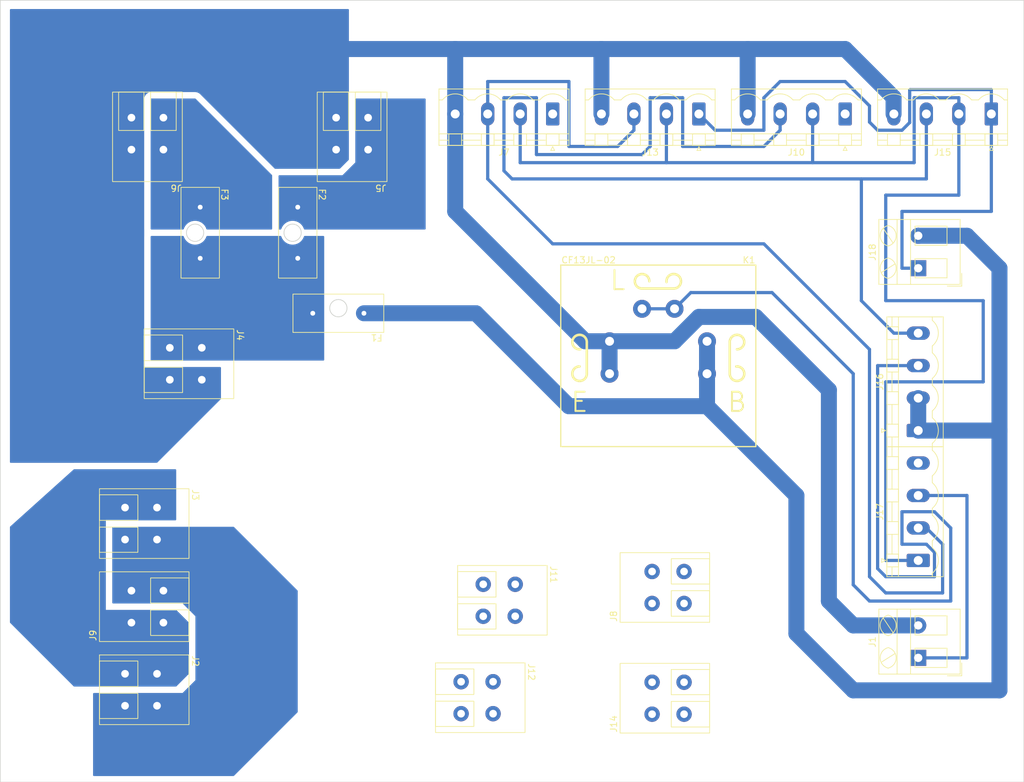
<source format=kicad_pcb>
(kicad_pcb (version 20211014) (generator pcbnew)
  (layers (0 "F.Cu" signal) (31 "B.Cu" signal) (34 "B.Paste" user) (35 "F.Paste" user) (36 "B.SilkS" user "B.Silkscreen") (37 "F.SilkS" user "F.Silkscreen") (38 "B.Mask" user) (39 "F.Mask" user) (44 "Edge.Cuts" user))
  (net 0 "")
  (net 1 "Net-(J16-Pad3)")
  (net 2 "GND1")
  (net 3 "Net-(J12-Pad1)")
  (net 4 "Net-(J12-Pad2)")
  (net 5 "Net-(J1-Pad1)")
  (net 6 "Net-(J2-Pad1)")
  (net 7 "GND")
  (net 8 "Net-(F1-Pad2)")
  (net 9 "Net-(F2-Pad1)")
  (net 10 "Net-(F3-Pad1)")
  (net 11 "Net-(J11-Pad1)")
  (net 12 "Net-(J11-Pad2)")
  (net 14 "Net-(J10-Pad2)")
  (net 15 "Net-(J13-Pad3)")
  (net 17 "Net-(J10-Pad3)")
  (net 18 "Net-(J13-Pad1)")
  (net 20 "/5V_5A")
  (footprint "circuit:Littelfuse_FuseHolder_FL1_178.6764.0001" (layer "F.Cu") (at 110 77 -90)
    (fp_text reference "F2" (at -6.985 -3.81 -90 unlocked) (layer "F.SilkS") (effects (justify left)))
    (fp_text value "25A")
    (fp_circle (center 0 0.8) (end 1.35 0.8) (layer "Edge.Cuts") (width 0.12) (fill none))
    (pad "1" thru_hole circle (at -4 0 270) (size 1.5 1.5) (drill 0.75) (layers *.Cu *.Mask) (net 9 "Net-(F2-Pad1)"))
    (pad "2" thru_hole circle (at 4 0 270) (size 1.5 1.5) (drill 0.75) (layers *.Cu *.Mask) (net 8 "Net-(F1-Pad2)"))
  )
  (footprint "circuit:Littelfuse_FuseHolder_FL1_178.6764.0001" (layer "F.Cu") (at 116.35 89.6 180)
    (fp_text reference "F1" (at -6.985 -3.81 180 unlocked) (layer "F.SilkS") (effects (justify left)))
    (fp_text value "5A")
    (fp_circle (center 0 0.8) (end 1.35 0.8) (layer "Edge.Cuts") (width 0.12) (fill none))
    (pad "1" thru_hole circle (at -4 0 180) (size 1.5 1.5) (drill 0.75) (layers *.Cu *.Mask) (net 20 "/5V_5A"))
    (pad "2" thru_hole circle (at 4 0 180) (size 1.5 1.5) (drill 0.75) (layers *.Cu *.Mask) (net 8 "Net-(F1-Pad2)"))
  )
  (footprint "circuit:Generic_HeaderSocket_1x04_P5.08mm_Vertical_Open" (layer "F.Cu") (at 172.72 58.42 180)
    (fp_text reference "J13" (at 7.62 -6) (layer "F.SilkS"))
    (fp_text value "Conn_Feux_ArG")
    (pad "1" thru_hole roundrect (at 0 0 180) (size 2.08 3.6) (drill 1.4) (layers *.Cu *.Mask) (roundrect_rratio 0.120192) (net 18 "Net-(J13-Pad1)"))
    (pad "2" thru_hole oval (at 5.08 0 180) (size 2.08 3.6) (drill 1.4) (layers *.Cu *.Mask) (net 14 "Net-(J10-Pad2)"))
    (pad "3" thru_hole oval (at 10.16 0 180) (size 2.08 3.6) (drill 1.4) (layers *.Cu *.Mask) (net 15 "Net-(J13-Pad3)"))
    (pad "4" thru_hole oval (at 15.24 0 180) (size 2.08 3.6) (drill 1.4) (layers *.Cu *.Mask) (net 2 "GND1"))
  )
  (footprint "circuit:TerminalBlock_Amphenol_HG0200X0000G_1x02_P5.00mm_45Degree" (layer "F.Cu") (at 140.54 147.24 -90)
    (fp_text reference "J12" (at -2.95 -6 -90 unlocked) (layer "F.SilkS") (effects (justify left)))
    (fp_text value "Conn_MPPT_In")
    (pad "1" thru_hole circle (at 0 5 270) (size 2.4 2.4) (drill 1.2) (layers *.Cu *.Mask) (net 3 "Net-(J12-Pad1)"))
    (pad "1" thru_hole circle (at 0 0 270) (size 2.4 2.4) (drill 1.2) (layers *.Cu *.Mask) (net 3 "Net-(J12-Pad1)"))
    (pad "2" thru_hole circle (at 5 5 270) (size 2.4 2.4) (drill 1.2) (layers *.Cu *.Mask) (net 4 "Net-(J12-Pad2)"))
    (pad "2" thru_hole circle (at 5 0 270) (size 2.4 2.4) (drill 1.2) (layers *.Cu *.Mask) (net 4 "Net-(J12-Pad2)"))
  )
  (footprint "circuit:Littelfuse_FuseHolder_FL1_178.6764.0001" (layer "F.Cu") (at 94.75 77 -90)
    (fp_text reference "F3" (at -6.985 -3.81 -90 unlocked) (layer "F.SilkS") (effects (justify left)))
    (fp_text value "25A")
    (fp_circle (center 0 0.8) (end 1.35 0.8) (layer "Edge.Cuts") (width 0.12) (fill none))
    (pad "1" thru_hole circle (at -4 0 270) (size 1.5 1.5) (drill 0.75) (layers *.Cu *.Mask) (net 10 "Net-(F3-Pad1)"))
    (pad "2" thru_hole circle (at 4 0 270) (size 1.5 1.5) (drill 0.75) (layers *.Cu *.Mask) (net 8 "Net-(F1-Pad2)"))
  )
  (footprint "circuit:Generic_HeaderSocket_1x04_P5.08mm_Vertical_Open" (layer "F.Cu") (at 218.44 58.42 180)
    (fp_text reference "J15" (at 7.62 -6) (layer "F.SilkS"))
    (fp_text value "Conn_Feux_ArD")
    (pad "1" thru_hole roundrect (at 0 0 180) (size 2.08 3.6) (drill 1.4) (layers *.Cu *.Mask) (roundrect_rratio 0.120192) (net 18 "Net-(J13-Pad1)"))
    (pad "2" thru_hole oval (at 5.08 0 180) (size 2.08 3.6) (drill 1.4) (layers *.Cu *.Mask) (net 14 "Net-(J10-Pad2)"))
    (pad "3" thru_hole oval (at 10.16 0 180) (size 2.08 3.6) (drill 1.4) (layers *.Cu *.Mask) (net 17 "Net-(J10-Pad3)"))
    (pad "4" thru_hole oval (at 15.24 0 180) (size 2.08 3.6) (drill 1.4) (layers *.Cu *.Mask) (net 2 "GND1"))
  )
  (footprint "circuit:TerminalBlock_Amphenol_HG0200X0000G_1x02_P5.00mm_45Degree" (layer "F.Cu") (at 165.4 135 90)
    (fp_text reference "J8" (at -2.95 -6 90 unlocked) (layer "F.SilkS") (effects (justify left)))
    (fp_text value "Conn_Batterie_Charge")
    (pad "1" thru_hole circle (at 0 0 90) (size 2.4 2.4) (drill 1.2) (layers *.Cu *.Mask) (net 11 "Net-(J11-Pad1)"))
    (pad "1" thru_hole circle (at 0 5 90) (size 2.4 2.4) (drill 1.2) (layers *.Cu *.Mask) (net 11 "Net-(J11-Pad1)"))
    (pad "2" thru_hole circle (at 5 5 90) (size 2.4 2.4) (drill 1.2) (layers *.Cu *.Mask) (net 12 "Net-(J11-Pad2)"))
    (pad "2" thru_hole circle (at 5 0 90) (size 2.4 2.4) (drill 1.2) (layers *.Cu *.Mask) (net 12 "Net-(J11-Pad2)"))
  )
  (footprint "circuit:TerminalBlock_Amphenol_HG0200X0000G_1x02_P5.00mm_45Degree" (layer "F.Cu") (at 95 95 -90)
    (fp_text reference "J4" (at -2.95 -6 -90 unlocked) (layer "F.SilkS") (effects (justify left)))
    (fp_text value "Conn_Convertisseur12V_Out")
    (pad "1" thru_hole circle (at 0 0 270) (size 2.4 2.4) (drill 1.2) (layers *.Cu *.Mask) (net 8 "Net-(F1-Pad2)"))
    (pad "1" thru_hole circle (at 0 5 270) (size 2.4 2.4) (drill 1.2) (layers *.Cu *.Mask) (net 8 "Net-(F1-Pad2)"))
    (pad "2" thru_hole circle (at 5 5 270) (size 2.4 2.4) (drill 1.2) (layers *.Cu *.Mask) (net 2 "GND1"))
    (pad "2" thru_hole circle (at 5 0 270) (size 2.4 2.4) (drill 1.2) (layers *.Cu *.Mask) (net 2 "GND1"))
  )
  (footprint "circuit:Generic_HeaderSocket_1x04_P5.08mm_Vertical_Open" (layer "F.Cu") (at 149.86 58.42 180)
    (fp_text reference "J7" (at 7.62 -6) (layer "F.SilkS"))
    (fp_text value "Conn_Feux_AvG")
    (pad "1" thru_hole roundrect (at 0 0 180) (size 2.08 3.6) (drill 1.4) (layers *.Cu *.Mask) (roundrect_rratio 0.120192))
    (pad "2" thru_hole oval (at 5.08 0 180) (size 2.08 3.6) (drill 1.4) (layers *.Cu *.Mask) (net 14 "Net-(J10-Pad2)"))
    (pad "3" thru_hole oval (at 10.16 0 180) (size 2.08 3.6) (drill 1.4) (layers *.Cu *.Mask) (net 15 "Net-(J13-Pad3)"))
    (pad "4" thru_hole oval (at 15.24 0 180) (size 2.08 3.6) (drill 1.4) (layers *.Cu *.Mask) (net 2 "GND1"))
  )
  (footprint "circuit:TerminalBlock_Amphenol_HG0200X0000G_1x02_P5.00mm_45Degree" (layer "F.Cu") (at 88 120 -90)
    (fp_text reference "J3" (at -2.95 -6 -90 unlocked) (layer "F.SilkS") (effects (justify left)))
    (fp_text value "Conn_Convertisseur12V_In")
    (pad "1" thru_hole circle (at 0 5 270) (size 2.4 2.4) (drill 1.2) (layers *.Cu *.Mask) (net 6 "Net-(J2-Pad1)"))
    (pad "1" thru_hole circle (at 0 0 270) (size 2.4 2.4) (drill 1.2) (layers *.Cu *.Mask) (net 6 "Net-(J2-Pad1)"))
    (pad "2" thru_hole circle (at 5 0 270) (size 2.4 2.4) (drill 1.2) (layers *.Cu *.Mask) (net 7 "GND"))
    (pad "2" thru_hole circle (at 5 5 270) (size 2.4 2.4) (drill 1.2) (layers *.Cu *.Mask) (net 7 "GND"))
  )
  (footprint "circuit:TerminalBlock_Amphenol_HG0200X0000G_1x02_P5.00mm_45Degree" (layer "F.Cu") (at 88 146 -90)
    (fp_text reference "J2" (at -2.95 -6 -90 unlocked) (layer "F.SilkS") (effects (justify left)))
    (fp_text value "Conn_Moteur")
    (pad "1" thru_hole circle (at 0 0 270) (size 2.4 2.4) (drill 1.2) (layers *.Cu *.Mask) (net 6 "Net-(J2-Pad1)"))
    (pad "1" thru_hole circle (at 0 5 270) (size 2.4 2.4) (drill 1.2) (layers *.Cu *.Mask) (net 6 "Net-(J2-Pad1)"))
    (pad "2" thru_hole circle (at 5 0 270) (size 2.4 2.4) (drill 1.2) (layers *.Cu *.Mask) (net 7 "GND"))
    (pad "2" thru_hole circle (at 5 5 270) (size 2.4 2.4) (drill 1.2) (layers *.Cu *.Mask) (net 7 "GND"))
  )
  (footprint "circuit:TerminalBlock_Amphenol_HG0200X0000G_1x02_P5.00mm_45Degree" (layer "F.Cu") (at 89 64 180)
    (fp_text reference "J6" (at -2.95 -6 180 unlocked) (layer "F.SilkS") (effects (justify left)))
    (fp_text value "Conn_12V_Out")
    (pad "1" thru_hole circle (at 0 5 180) (size 2.4 2.4) (drill 1.2) (layers *.Cu *.Mask) (net 10 "Net-(F3-Pad1)"))
    (pad "1" thru_hole circle (at 0 0 180) (size 2.4 2.4) (drill 1.2) (layers *.Cu *.Mask) (net 10 "Net-(F3-Pad1)"))
    (pad "2" thru_hole circle (at 5 0 180) (size 2.4 2.4) (drill 1.2) (layers *.Cu *.Mask) (net 2 "GND1"))
    (pad "2" thru_hole circle (at 5 5 180) (size 2.4 2.4) (drill 1.2) (layers *.Cu *.Mask) (net 2 "GND1"))
  )
  (footprint "circuit:Generic_HeaderSocket_1x04_P5.08mm_Vertical_Open" (layer "F.Cu") (at 207.01 107.95 90)
    (fp_text reference "J16" (at 7.62 -6 90) (layer "F.SilkS"))
    (fp_text value "Conn_Comodo_A")
    (pad "1" thru_hole roundrect (at 0 0 90) (size 2.08 3.6) (drill 1.4) (layers *.Cu *.Mask) (roundrect_rratio 0.120192) (net 20 "/5V_5A"))
    (pad "2" thru_hole oval (at 5.08 0 90) (size 2.08 3.6) (drill 1.4) (layers *.Cu *.Mask) (net 20 "/5V_5A"))
    (pad "3" thru_hole oval (at 10.16 0 90) (size 2.08 3.6) (drill 1.4) (layers *.Cu *.Mask) (net 1 "Net-(J16-Pad3)"))
    (pad "4" thru_hole oval (at 15.24 0 90) (size 2.08 3.6) (drill 1.4) (layers *.Cu *.Mask) (net 17 "Net-(J10-Pad3)"))
  )
  (footprint "circuit:TerminalBlock_Amphenol_HG0200X0000G_1x02_P5.00mm_45Degree" (layer "F.Cu") (at 165.4 152.32 90)
    (fp_text reference "J14" (at -2.95 -6 90 unlocked) (layer "F.SilkS") (effects (justify left)))
    (fp_text value "Conn_Panneau")
    (pad "1" thru_hole circle (at 0 5 90) (size 2.4 2.4) (drill 1.2) (layers *.Cu *.Mask) (net 3 "Net-(J12-Pad1)"))
    (pad "1" thru_hole circle (at 0 0 90) (size 2.4 2.4) (drill 1.2) (layers *.Cu *.Mask) (net 3 "Net-(J12-Pad1)"))
    (pad "2" thru_hole circle (at 5 0 90) (size 2.4 2.4) (drill 1.2) (layers *.Cu *.Mask) (net 4 "Net-(J12-Pad2)"))
    (pad "2" thru_hole circle (at 5 5 90) (size 2.4 2.4) (drill 1.2) (layers *.Cu *.Mask) (net 4 "Net-(J12-Pad2)"))
  )
  (footprint "circuit:TerminalBlock_Amphenol_HG0200X0000G_1x02_P5.00mm_45Degree" (layer "F.Cu") (at 84 138 90)
    (fp_text reference "J9" (at -2.95 -6 90 unlocked) (layer "F.SilkS") (effects (justify left)))
    (fp_text value "Conn_Batterie_Puissance")
    (pad "1" thru_hole circle (at 0 0 90) (size 2.4 2.4) (drill 1.2) (layers *.Cu *.Mask) (net 6 "Net-(J2-Pad1)"))
    (pad "1" thru_hole circle (at 0 5 90) (size 2.4 2.4) (drill 1.2) (layers *.Cu *.Mask) (net 6 "Net-(J2-Pad1)"))
    (pad "2" thru_hole circle (at 5 5 90) (size 2.4 2.4) (drill 1.2) (layers *.Cu *.Mask) (net 7 "GND"))
    (pad "2" thru_hole circle (at 5 0 90) (size 2.4 2.4) (drill 1.2) (layers *.Cu *.Mask) (net 7 "GND"))
  )
  (footprint "circuit:TerminalBlock_Amphenol_HG0200X0000G_1x02_P5.00mm_45Degree" (layer "F.Cu") (at 121 64 180)
    (fp_text reference "J5" (at -2.95 -6 180 unlocked) (layer "F.SilkS") (effects (justify left)))
    (fp_text value "Conn_12V_Out")
    (pad "1" thru_hole circle (at 0 5 180) (size 2.4 2.4) (drill 1.2) (layers *.Cu *.Mask) (net 9 "Net-(F2-Pad1)"))
    (pad "1" thru_hole circle (at 0 0 180) (size 2.4 2.4) (drill 1.2) (layers *.Cu *.Mask) (net 9 "Net-(F2-Pad1)"))
    (pad "2" thru_hole circle (at 5 5 180) (size 2.4 2.4) (drill 1.2) (layers *.Cu *.Mask) (net 2 "GND1"))
    (pad "2" thru_hole circle (at 5 0 180) (size 2.4 2.4) (drill 1.2) (layers *.Cu *.Mask) (net 2 "GND1"))
  )
  (footprint "circuit:CF13JL-02" (layer "F.Cu") (at 166.37 91.44)
    (fp_text reference "K1" (at 15.25 -10.16 unlocked) (layer "F.SilkS") (effects (justify right)))
    (fp_text value "CF13JL-02")
    (fp_text user "B" (at 12.307082 12.065 unlocked) (layer "F.SilkS") (effects (font (size 3 3) (thickness 0.3))))
    (fp_text user "E" (at -12.307087 12.065 unlocked) (layer "F.SilkS") (effects (font (size 3 3) (thickness 0.3))))
    (fp_text user "L" (at -6.35 -6.985 unlocked) (layer "F.SilkS") (effects (font (size 3 3) (thickness 0.3))))
    (fp_text user "CF13JL-02" (at -15.24 -10.16 unlocked) (layer "F.SilkS") (effects (justify left)))
    (pad "1" thru_hole circle (at 7.62 2.54) (size 2.8 2.8) (drill 1.4) (layers *.Cu *.Mask) (net 20 "/5V_5A"))
    (pad "1" thru_hole circle (at 7.62 7.62) (size 2.8 2.8) (drill 1.4) (layers *.Cu *.Mask) (net 20 "/5V_5A"))
    (pad "2" thru_hole circle (at 2.54 -2.54) (size 2.8 2.8) (drill 1.4) (layers *.Cu *.Mask) (net 1 "Net-(J16-Pad3)"))
    (pad "2" thru_hole circle (at -2.54 -2.54) (size 2.8 2.8) (drill 1.4) (layers *.Cu *.Mask) (net 1 "Net-(J16-Pad3)"))
    (pad "3" thru_hole circle (at -7.62 2.54) (size 2.8 2.8) (drill 1.4) (layers *.Cu *.Mask) (net 2 "GND1"))
    (pad "3" thru_hole circle (at -7.62 7.62) (size 2.8 2.8) (drill 1.4) (layers *.Cu *.Mask) (net 2 "GND1"))
  )
  (footprint "circuit:TerminalBlock_Camdenboss_CTB3008_1x02_P5.08mm_45Degree" (layer "F.Cu") (at 207.01 143.51 90)
    (fp_text reference "J1" (at 2.5 -7.16 90) (layer "F.SilkS"))
    (fp_text value "Conn_Klaxon")
    (pad "1" thru_hole rect (at 0 0 90) (size 2.5 2.5) (drill 1.3) (layers *.Cu *.Mask) (net 5 "Net-(J1-Pad1)"))
    (pad "2" thru_hole circle (at 5.08 0 90) (size 2.5 2.5) (drill 1.3) (layers *.Cu *.Mask) (net 2 "GND1"))
  )
  (footprint "circuit:TerminalBlock_Camdenboss_CTB3008_1x02_P5.08mm_45Degree" (layer "F.Cu") (at 207.01 82.55 90)
    (fp_text reference "J18" (at 2.5 -7.16 90) (layer "F.SilkS"))
    (fp_text value "Conn_Capteur_Frein")
    (pad "1" thru_hole rect (at 0 0 90) (size 2.5 2.5) (drill 1.3) (layers *.Cu *.Mask) (net 18 "Net-(J13-Pad1)"))
    (pad "2" thru_hole circle (at 5.08 0 90) (size 2.5 2.5) (drill 1.3) (layers *.Cu *.Mask) (net 20 "/5V_5A"))
  )
  (footprint "circuit:Generic_HeaderSocket_1x04_P5.08mm_Vertical_Open" (layer "F.Cu") (at 207.01 128.27 90)
    (fp_text reference "J17" (at 7.62 -6 90) (layer "F.SilkS"))
    (fp_text value "Conn_Comodo_B")
    (pad "1" thru_hole roundrect (at 0 0 90) (size 2.08 3.6) (drill 1.4) (layers *.Cu *.Mask) (roundrect_rratio 0.120192) (net 14 "Net-(J10-Pad2)"))
    (pad "2" thru_hole oval (at 5.08 0 90) (size 2.08 3.6) (drill 1.4) (layers *.Cu *.Mask) (net 15 "Net-(J13-Pad3)"))
    (pad "3" thru_hole oval (at 10.16 0 90) (size 2.08 3.6) (drill 1.4) (layers *.Cu *.Mask) (net 5 "Net-(J1-Pad1)"))
    (pad "4" thru_hole oval (at 15.24 0 90) (size 2.08 3.6) (drill 1.4) (layers *.Cu *.Mask))
  )
  (footprint "circuit:Generic_HeaderSocket_1x04_P5.08mm_Vertical_Open" (layer "F.Cu") (at 195.58 58.42 180)
    (fp_text reference "J10" (at 7.62 -6) (layer "F.SilkS"))
    (fp_text value "Conn_Feux_AvD")
    (pad "1" thru_hole roundrect (at 0 0 180) (size 2.08 3.6) (drill 1.4) (layers *.Cu *.Mask) (roundrect_rratio 0.120192))
    (pad "2" thru_hole oval (at 5.08 0 180) (size 2.08 3.6) (drill 1.4) (layers *.Cu *.Mask) (net 14 "Net-(J10-Pad2)"))
    (pad "3" thru_hole oval (at 10.16 0 180) (size 2.08 3.6) (drill 1.4) (layers *.Cu *.Mask) (net 17 "Net-(J10-Pad3)"))
    (pad "4" thru_hole oval (at 15.24 0 180) (size 2.08 3.6) (drill 1.4) (layers *.Cu *.Mask) (net 2 "GND1"))
  )
  (footprint "circuit:TerminalBlock_Amphenol_HG0200X0000G_1x02_P5.00mm_45Degree" (layer "F.Cu") (at 144 132 -90)
    (fp_text reference "J11" (at -2.95 -6 -90 unlocked) (layer "F.SilkS") (effects (justify left)))
    (fp_text value "Conn_MPPT_Out")
    (pad "1" thru_hole circle (at 0 0 270) (size 2.4 2.4) (drill 1.2) (layers *.Cu *.Mask) (net 11 "Net-(J11-Pad1)"))
    (pad "1" thru_hole circle (at 0 5 270) (size 2.4 2.4) (drill 1.2) (layers *.Cu *.Mask) (net 11 "Net-(J11-Pad1)"))
    (pad "2" thru_hole circle (at 5 0 270) (size 2.4 2.4) (drill 1.2) (layers *.Cu *.Mask) (net 12 "Net-(J11-Pad2)"))
    (pad "2" thru_hole circle (at 5 5 270) (size 2.4 2.4) (drill 1.2) (layers *.Cu *.Mask) (net 12 "Net-(J11-Pad2)"))
  )
  (gr_rect (start 63.5 40.64) (end 223.52 162.94) (layer "Edge.Cuts") (width 0.1) (fill none))
  (segment (start 184.15 86.36) (end 196.85 99.06) (width 0.5) (layer "B.Cu") (net 1))
  (segment (start 200.66 97.79) (end 207.01 97.79) (width 0.5) (layer "B.Cu") (net 1))
  (segment (start 196.85 132.08) (end 199.39 134.62) (width 0.5) (layer "B.Cu") (net 1))
  (segment (start 209.55 130.81) (end 201.93 130.81) (width 0.5) (layer "B.Cu") (net 1))
  (segment (start 209.55 127) (end 209.55 130.81) (width 0.5) (layer "B.Cu") (net 1))
  (segment (start 208.28 125.73) (end 209.55 127) (width 0.5) (layer "B.Cu") (net 1))
  (segment (start 163.83 88.9) (end 168.91 88.9) (width 0.5) (layer "B.Cu") (net 1))
  (segment (start 209.55 120.65) (end 204.47 120.65) (width 0.5) (layer "B.Cu") (net 1))
  (segment (start 204.47 120.65) (end 204.47 125.73) (width 0.5) (layer "B.Cu") (net 1))
  (segment (start 196.85 99.06) (end 196.85 132.08) (width 0.5) (layer "B.Cu") (net 1))
  (segment (start 168.91 88.9) (end 171.45 86.36) (width 0.5) (layer "B.Cu") (net 1))
  (segment (start 199.39 134.62) (end 212.09 134.62) (width 0.5) (layer "B.Cu") (net 1))
  (segment (start 200.66 129.54) (end 200.66 97.79) (width 0.5) (layer "B.Cu") (net 1))
  (segment (start 212.09 134.62) (end 212.09 123.19) (width 0.5) (layer "B.Cu") (net 1))
  (segment (start 171.45 86.36) (end 184.15 86.36) (width 0.5) (layer "B.Cu") (net 1))
  (segment (start 204.47 125.73) (end 208.28 125.73) (width 0.5) (layer "B.Cu") (net 1))
  (segment (start 212.09 123.19) (end 209.55 120.65) (width 0.5) (layer "B.Cu") (net 1))
  (segment (start 201.93 130.81) (end 200.66 129.54) (width 0.5) (layer "B.Cu") (net 1))
  (segment (start 158.75 93.98) (end 158.75 99.06) (width 2.5) (layer "B.Cu") (net 2))
  (segment (start 207.01 138.43) (end 196.85 138.43) (width 2.5) (layer "B.Cu") (net 2))
  (segment (start 181.61 90.17) (end 172.72 90.17) (width 2.5) (layer "B.Cu") (net 2))
  (segment (start 134.62 73.66) (end 154.94 93.98) (width 2.5) (layer "B.Cu") (net 2))
  (segment (start 134.62 48.26) (end 195.58 48.26) (width 2.5) (layer "B.Cu") (net 2))
  (segment (start 193.04 134.62) (end 193.04 101.6) (width 2.5) (layer "B.Cu") (net 2))
  (segment (start 203.155 55.835) (end 203.155 58.42) (width 2.5) (layer "B.Cu") (net 2))
  (segment (start 193.04 101.6) (end 181.61 90.17) (width 2.5) (layer "B.Cu") (net 2))
  (segment (start 196.85 138.43) (end 193.04 134.62) (width 2.5) (layer "B.Cu") (net 2))
  (segment (start 180.34 48.26) (end 180.34 58.42) (width 2.5) (layer "B.Cu") (net 2))
  (segment (start 134.62 58.42) (end 134.62 73.66) (width 2.5) (layer "B.Cu") (net 2))
  (segment (start 134.62 58.42) (end 134.62 48.26) (width 2.5) (layer "B.Cu") (net 2))
  (segment (start 195.58 48.26) (end 203.155 55.835) (width 2.5) (layer "B.Cu") (net 2))
  (segment (start 116 49.1) (end 116.84 48.26) (width 2.5) (layer "B.Cu") (net 2))
  (segment (start 168.91 93.98) (end 158.75 93.98) (width 2.5) (layer "B.Cu") (net 2))
  (segment (start 157.48 48.26) (end 157.48 58.42) (width 2.5) (layer "B.Cu") (net 2))
  (segment (start 154.94 93.98) (end 158.75 93.98) (width 2.5) (layer "B.Cu") (net 2))
  (segment (start 116 59) (end 116 49.1) (width 2.5) (layer "B.Cu") (net 2))
  (segment (start 116.84 48.26) (end 134.62 48.26) (width 2.5) (layer "B.Cu") (net 2))
  (segment (start 172.72 90.17) (end 168.91 93.98) (width 2.5) (layer "B.Cu") (net 2))
  (segment (start 214.63 143.51) (end 214.63 118.11) (width 0.5) (layer "B.Cu") (net 5))
  (segment (start 214.63 118.11) (end 207.01 118.11) (width 0.5) (layer "B.Cu") (net 5))
  (segment (start 207.01 143.51) (end 214.63 143.51) (width 0.5) (layer "B.Cu") (net 5))
  (segment (start 217.17 87.63) (end 201.93 87.63) (width 0.5) (layer "B.Cu") (net 14))
  (segment (start 190.5 66.04) (end 190.5 58.42) (width 0.5) (layer "B.Cu") (net 14))
  (segment (start 217.17 100.33) (end 217.17 87.63) (width 0.5) (layer "B.Cu") (net 14))
  (segment (start 201.93 71.12) (end 201.93 87.63) (width 0.5) (layer "B.Cu") (net 14))
  (segment (start 213.36 55.88) (end 206.375 55.88) (width 0.5) (layer "B.Cu") (net 14))
  (segment (start 213.36 58.42) (end 213.36 71.12) (width 0.5) (layer "B.Cu") (net 14))
  (segment (start 167.64 66.04) (end 167.64 58.42) (width 0.5) (layer "B.Cu") (net 14))
  (segment (start 207.01 128.27) (end 201.93 128.27) (width 0.5) (layer "B.Cu") (net 14))
  (segment (start 144.78 58.42) (end 144.78 66.04) (width 0.5) (layer "B.Cu") (net 14))
  (segment (start 201.93 100.33) (end 217.17 100.33) (width 0.5) (layer "B.Cu") (net 14))
  (segment (start 213.36 71.12) (end 201.93 71.12) (width 0.5) (layer "B.Cu") (net 14))
  (segment (start 213.36 58.42) (end 213.36 55.88) (width 0.5) (layer "B.Cu") (net 14))
  (segment (start 206.375 55.88) (end 206.375 66.04) (width 0.5) (layer "B.Cu") (net 14))
  (segment (start 167.64 66.04) (end 144.78 66.04) (width 0.5) (layer "B.Cu") (net 14))
  (segment (start 206.375 66.04) (end 167.64 66.04) (width 0.5) (layer "B.Cu") (net 14))
  (segment (start 201.93 128.27) (end 201.93 100.33) (width 0.5) (layer "B.Cu") (net 14))
  (segment (start 199.39 95.25) (end 199.39 130.81) (width 0.5) (layer "B.Cu") (net 15))
  (segment (start 182.88 78.74) (end 199.39 95.25) (width 0.5) (layer "B.Cu") (net 15))
  (segment (start 162.56 58.42) (end 162.56 60.96) (width 0.5) (layer "B.Cu") (net 15))
  (segment (start 210.82 125.73) (end 208.28 123.19) (width 0.5) (layer "B.Cu") (net 15))
  (segment (start 152.4 53.34) (end 139.7 53.34) (width 0.5) (layer "B.Cu") (net 15))
  (segment (start 152.4 63.5) (end 152.4 53.34) (width 0.5) (layer "B.Cu") (net 15))
  (segment (start 199.39 130.81) (end 201.93 133.35) (width 0.5) (layer "B.Cu") (net 15))
  (segment (start 152.4 63.5) (end 160.02 63.5) (width 0.5) (layer "B.Cu") (net 15))
  (segment (start 162.56 60.96) (end 160.02 63.5) (width 0.5) (layer "B.Cu") (net 15))
  (segment (start 139.7 68.58) (end 149.86 78.74) (width 0.5) (layer "B.Cu") (net 15))
  (segment (start 201.93 133.35) (end 210.82 133.35) (width 0.5) (layer "B.Cu") (net 15))
  (segment (start 139.7 58.42) (end 139.7 68.58) (width 0.5) (layer "B.Cu") (net 15))
  (segment (start 210.82 133.35) (end 210.82 125.73) (width 0.5) (layer "B.Cu") (net 15))
  (segment (start 139.7 53.34) (end 139.7 58.42) (width 0.5) (layer "B.Cu") (net 15))
  (segment (start 149.86 78.74) (end 182.88 78.74) (width 0.5) (layer "B.Cu") (net 15))
  (segment (start 185.42 60.96) (end 182.88 63.5) (width 0.5) (layer "B.Cu") (net 17))
  (segment (start 208.28 58.42) (end 208.28 68.58) (width 0.5) (layer "B.Cu") (net 17))
  (segment (start 198.12 87.63) (end 203.2 92.71) (width 0.5) (layer "B.Cu") (net 17))
  (segment (start 198.12 68.58) (end 198.12 87.63) (width 0.5) (layer "B.Cu") (net 17))
  (segment (start 142.24 55.88) (end 142.24 67.31) (width 0.5) (layer "B.Cu") (net 17))
  (segment (start 147.32 55.88) (end 142.24 55.88) (width 0.5) (layer "B.Cu") (net 17))
  (segment (start 147.32 64.77) (end 147.32 55.88) (width 0.5) (layer "B.Cu") (net 17))
  (segment (start 203.2 92.71) (end 207.01 92.71) (width 0.5) (layer "B.Cu") (net 17))
  (segment (start 165.1 63.5) (end 163.83 64.77) (width 0.5) (layer "B.Cu") (net 17))
  (segment (start 165.1 55.88) (end 165.1 63.5) (width 0.5) (layer "B.Cu") (net 17))
  (segment (start 170.18 63.5) (end 170.18 55.88) (width 0.5) (layer "B.Cu") (net 17))
  (segment (start 185.42 58.42) (end 185.42 60.96) (width 0.5) (layer "B.Cu") (net 17))
  (segment (start 163.83 64.77) (end 147.32 64.77) (width 0.5) (layer "B.Cu") (net 17))
  (segment (start 208.28 68.58) (end 198.12 68.58) (width 0.5) (layer "B.Cu") (net 17))
  (segment (start 143.51 68.58) (end 142.24 67.31) (width 0.5) (layer "B.Cu") (net 17))
  (segment (start 198.12 68.58) (end 143.51 68.58) (width 0.5) (layer "B.Cu") (net 17))
  (segment (start 170.18 55.88) (end 165.1 55.88) (width 0.5) (layer "B.Cu") (net 17))
  (segment (start 182.88 63.5) (end 170.18 63.5) (width 0.5) (layer "B.Cu") (net 17))
  (segment (start 199.39 57.15) (end 199.39 59.69) (width 0.5) (layer "B.Cu") (net 18))
  (segment (start 218.44 54.61) (end 218.44 58.42) (width 0.5) (layer "B.Cu") (net 18))
  (segment (start 200.66 60.96) (end 204.47 60.96) (width 0.5) (layer "B.Cu") (net 18))
  (segment (start 218.44 58.42) (end 218.44 73.66) (width 0.5) (layer "B.Cu") (net 18))
  (segment (start 182.88 60.96) (end 182.88 55.88) (width 0.5) (layer "B.Cu") (net 18))
  (segment (start 205.675 54.675) (end 205.74 54.61) (width 0.5) (layer "B.Cu") (net 18))
  (segment (start 182.88 55.88) (end 185.42 53.34) (width 0.5) (layer "B.Cu") (net 18))
  (segment (start 205.74 54.61) (end 218.44 54.61) (width 0.5) (layer "B.Cu") (net 18))
  (segment (start 185.42 53.34) (end 195.58 53.34) (width 0.5) (layer "B.Cu") (net 18))
  (segment (start 204.47 60.96) (end 205.675 59.755) (width 0.5) (layer "B.Cu") (net 18))
  (segment (start 172.72 58.42) (end 175.26 60.96) (width 0.5) (layer "B.Cu") (net 18))
  (segment (start 199.39 59.69) (end 200.66 60.96) (width 0.5) (layer "B.Cu") (net 18))
  (segment (start 218.44 73.66) (end 204.47 73.66) (width 0.5) (layer "B.Cu") (net 18))
  (segment (start 195.58 53.34) (end 199.39 57.15) (width 0.5) (layer "B.Cu") (net 18))
  (segment (start 204.47 82.55) (end 207.01 82.55) (width 0.5) (layer "B.Cu") (net 18))
  (segment (start 204.47 73.66) (end 204.47 82.55) (width 0.5) (layer "B.Cu") (net 18))
  (segment (start 175.26 60.96) (end 182.88 60.96) (width 0.5) (layer "B.Cu") (net 18))
  (segment (start 205.675 59.755) (end 205.675 54.675) (width 0.5) (layer "B.Cu") (net 18))
  (segment (start 152.4 104.14) (end 173.99 104.14) (width 2.5) (layer "B.Cu") (net 20))
  (segment (start 219.71 82.55) (end 214.63 77.47) (width 2.5) (layer "B.Cu") (net 20))
  (segment (start 196.85 148.59) (end 187.96 139.7) (width 2.5) (layer "B.Cu") (net 20))
  (segment (start 187.96 118.11) (end 173.99 104.14) (width 2.5) (layer "B.Cu") (net 20))
  (segment (start 219.71 107.95) (end 219.71 82.55) (width 2.5) (layer "B.Cu") (net 20))
  (segment (start 219.71 148.59) (end 196.85 148.59) (width 2.5) (layer "B.Cu") (net 20))
  (segment (start 207.01 107.95) (end 219.71 107.95) (width 2.5) (layer "B.Cu") (net 20))
  (segment (start 173.99 104.14) (end 173.99 93.98) (width 2.5) (layer "B.Cu") (net 20))
  (segment (start 187.96 139.7) (end 187.96 118.11) (width 2.5) (layer "B.Cu") (net 20))
  (segment (start 207.01 107.95) (end 207.01 102.87) (width 2.5) (layer "B.Cu") (net 20))
  (segment (start 219.71 107.95) (end 219.71 148.59) (width 2.5) (layer "B.Cu") (net 20))
  (segment (start 214.63 77.47) (end 207.01 77.47) (width 2.5) (layer "B.Cu") (net 20))
  (segment (start 120.35 89.6) (end 137.86 89.6) (width 2.5) (layer "B.Cu") (net 20))
  (segment (start 137.86 89.6) (end 152.4 104.14) (width 2.5) (layer "B.Cu") (net 20))
  (zone (net 8) (net_name "Net-(F1-Pad2)") (layer "B.Cu") (priority 1) (connect_pads yes (clearance 0.508)) (min_thickness 0.254) (fill yes (thermal_gap 0.508) (thermal_bridge_width 0.508))
    (polygon (pts (xy 114.14 97) (xy 87 97) (xy 87 77.5) (xy 114.14 77.5)))
  )
  (zone (net 9) (net_name "Net-(F2-Pad1)") (layer "B.Cu") (priority 1) (connect_pads yes (clearance 0.508)) (min_thickness 0.254) (fill yes (thermal_gap 0.508) (thermal_bridge_width 0.508))
    (polygon (pts (xy 130 76.5) (xy 107 76.5) (xy 107 68) (xy 117 68) (xy 119 66) (xy 119 56) (xy 130 56)))
  )
  (zone (net 7) (net_name "GND") (layer "B.Cu") (priority 1) (connect_pads yes (clearance 0.508)) (min_thickness 0.254) (fill yes (thermal_gap 0.508) (thermal_bridge_width 0.508))
    (polygon (pts (xy 110 133) (xy 110 152) (xy 100 162) (xy 78 162) (xy 78 149) (xy 92 149) (xy 94 147) (xy 94 137) (xy 92 135) (xy 81 135) (xy 81 123) (xy 100 123)))
  )
  (zone (net 10) (net_name "Net-(F3-Pad1)") (layer "B.Cu") (priority 1) (connect_pads yes (clearance 0.508)) (min_thickness 0.254) (fill yes (thermal_gap 0.508) (thermal_bridge_width 0.508))
    (polygon (pts (xy 106 68) (xy 106 76.5) (xy 87 76.5) (xy 87 56) (xy 94 56)))
  )
  (zone (net 6) (net_name "Net-(J2-Pad1)") (layer "B.Cu") (priority 1) (connect_pads yes (clearance 0.508)) (min_thickness 0.254) (fill yes (thermal_gap 0.508) (thermal_bridge_width 0.508))
    (polygon (pts (xy 93 138) (xy 93 146) (xy 91 148) (xy 75 148) (xy 65 138) (xy 65 123) (xy 75 114) (xy 91 114) (xy 91 122) (xy 80 122) (xy 80 136) (xy 91 136)))
  )
  (zone (net 2) (net_name "GND1") (layer "B.Cu") (connect_pads yes (clearance 1)) (min_thickness 0.254) (fill yes (thermal_gap 0.508) (thermal_bridge_width 0.508))
    (polygon (pts (xy 118 67) (xy 86 67) (xy 86 98.000001) (xy 98 98) (xy 98 103) (xy 88 113) (xy 65 113) (xy 65 42) (xy 118 42)))
  )
)
</source>
